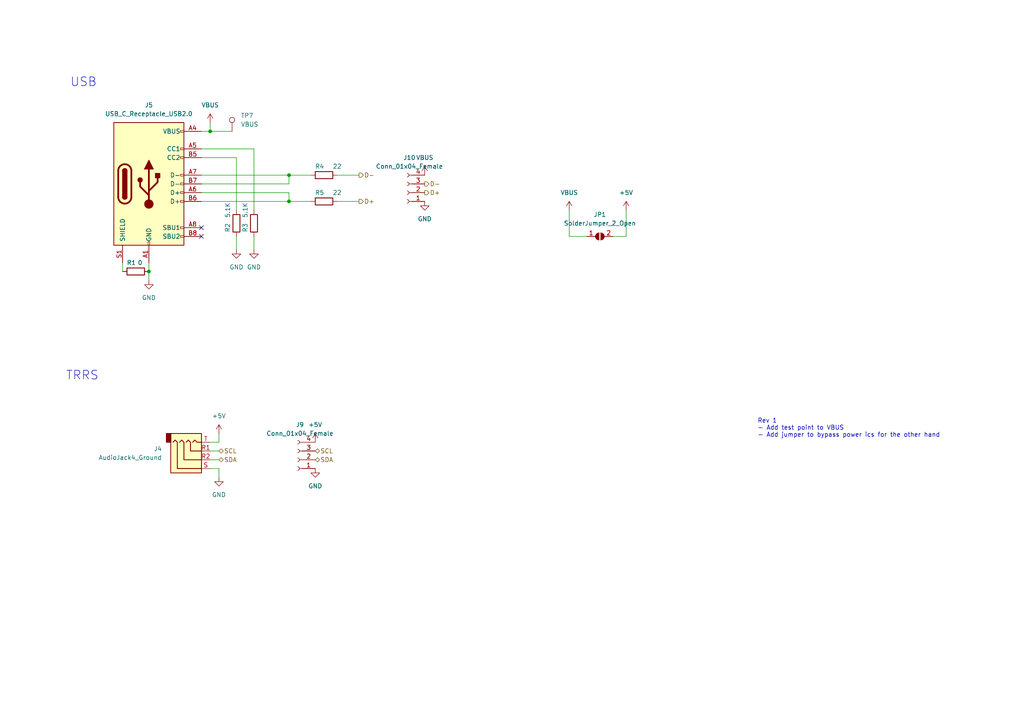
<source format=kicad_sch>
(kicad_sch (version 20211123) (generator eeschema)
  (paper "A4")
  (lib_symbols
    (symbol "Connector:AudioJack4"
      (property "Reference" "J" (at 0 8.89 0))
      (property "Value" "AudioJack4" (at 0 6.35 0))
      (symbol "AudioJack4_0_1"
        (rectangle (start -6.35 -5.08) (end -7.62 -7.62) (stroke (width 0.254)) (fill (type outline)))
        (polyline (pts (xy 0 -5.08) (xy 0.635 -5.715) (xy 1.27 -5.08) (xy 2.54 -5.08)) (stroke (width 0.254)))
        (polyline (pts (xy -5.715 -5.08) (xy -5.08 -5.715) (xy -4.445 -5.08) (xy -4.445 2.54) (xy 2.54 2.54)) (stroke (width 0.254)))
        (polyline (pts (xy -1.905 -5.08) (xy -1.27 -5.715) (xy -0.635 -5.08) (xy -0.635 -2.54) (xy 2.54 -2.54)) (stroke (width 0.254)))
        (polyline (pts (xy 2.54 0) (xy -2.54 0) (xy -2.54 -5.08) (xy -3.175 -5.715) (xy -3.81 -5.08)) (stroke (width 0.254)))
        (rectangle (start 2.54 3.81) (end -6.35 -7.62) (stroke (width 0.254)) (fill (type background)))
      )
      (symbol "AudioJack4_1_1"
        (pin passive line (at 5.08 -2.54 180) (length 2.54) (name "~") (number "R1"))
        (pin passive line (at 5.08 0 180) (length 2.54) (name "~") (number "R2"))
        (pin passive line (at 5.08 2.54 180) (length 2.54) (name "~") (number "S"))
        (pin passive line (at 5.08 -5.08 180) (length 2.54) (name "~") (number "T"))
      )
    )
    (symbol "Connector:Conn_01x04_Female" (pin_names (offset 1.016) hide)
      (property "Reference" "J" (at 0 5.08 0))
      (property "Value" "Conn_01x04_Female" (at 0 -7.62 0))
      (symbol "Conn_01x04_Female_1_1"
        (arc (start 0 -4.572) (mid -0.508 -5.08) (end 0 -5.588) (stroke (width 0.1524)))
        (arc (start 0 -2.032) (mid -0.508 -2.54) (end 0 -3.048) (stroke (width 0.1524)))
        (polyline (pts (xy -1.27 -5.08) (xy -0.508 -5.08)) (stroke (width 0.1524)))
        (polyline (pts (xy -1.27 -2.54) (xy -0.508 -2.54)) (stroke (width 0.1524)))
        (polyline (pts (xy -1.27 0) (xy -0.508 0)) (stroke (width 0.1524)))
        (polyline (pts (xy -1.27 2.54) (xy -0.508 2.54)) (stroke (width 0.1524)))
        (arc (start 0 0.508) (mid -0.508 0) (end 0 -0.508) (stroke (width 0.1524)))
        (arc (start 0 3.048) (mid -0.508 2.54) (end 0 2.032) (stroke (width 0.1524)))
        (pin passive line (at -5.08 2.54 0) (length 3.81) (name "Pin_1") (number "1"))
        (pin passive line (at -5.08 0 0) (length 3.81) (name "Pin_2") (number "2"))
        (pin passive line (at -5.08 -2.54 0) (length 3.81) (name "Pin_3") (number "3"))
        (pin passive line (at -5.08 -5.08 0) (length 3.81) (name "Pin_4") (number "4"))
      )
    )
    (symbol "Connector:TestPoint" (pin_numbers hide) (pin_names (offset 0.762) hide)
      (property "Reference" "TP" (at 0 6.858 0))
      (property "Value" "TestPoint" (at 0 5.08 0))
      (symbol "TestPoint_0_1"
        (circle (center 0 3.302) (radius 0.762))
      )
      (symbol "TestPoint_1_1"
        (pin passive line (at 0 0 90) (length 2.54) (name "1") (number "1"))
      )
    )
    (symbol "Connector:USB_C_Receptacle_USB2.0" (pin_names (offset 1.016))
      (property "Reference" "J" (at -10.16 19.05 0))
      (property "Value" "USB_C_Receptacle_USB2.0" (at 19.05 19.05 0))
      (symbol "USB_C_Receptacle_USB2.0_0_0"
        (rectangle (start -0.254 -17.78) (end 0.254 -16.764))
        (rectangle (start 10.16 -14.986) (end 9.144 -15.494))
        (rectangle (start 10.16 -12.446) (end 9.144 -12.954))
        (rectangle (start 10.16 -4.826) (end 9.144 -5.334))
        (rectangle (start 10.16 -2.286) (end 9.144 -2.794))
        (rectangle (start 10.16 0.254) (end 9.144 -0.254))
        (rectangle (start 10.16 2.794) (end 9.144 2.286))
        (rectangle (start 10.16 7.874) (end 9.144 7.366))
        (rectangle (start 10.16 10.414) (end 9.144 9.906))
        (rectangle (start 10.16 15.494) (end 9.144 14.986))
      )
      (symbol "USB_C_Receptacle_USB2.0_0_1"
        (rectangle (start -10.16 17.78) (end 10.16 -17.78) (stroke (width 0.254)) (fill (type background)))
        (arc (start -8.89 -3.81) (mid -6.985 -5.715) (end -5.08 -3.81) (stroke (width 0.508)))
        (arc (start -7.62 -3.81) (mid -6.985 -4.445) (end -6.35 -3.81) (stroke (width 0.254)))
        (arc (start -7.62 -3.81) (mid -6.985 -4.445) (end -6.35 -3.81) (stroke (width 0.254)) (fill (type outline)))
        (rectangle (start -7.62 -3.81) (end -6.35 3.81) (stroke (width 0.254)) (fill (type outline)))
        (arc (start -6.35 3.81) (mid -6.985 4.445) (end -7.62 3.81) (stroke (width 0.254)))
        (arc (start -6.35 3.81) (mid -6.985 4.445) (end -7.62 3.81) (stroke (width 0.254)) (fill (type outline)))
        (arc (start -5.08 3.81) (mid -6.985 5.715) (end -8.89 3.81) (stroke (width 0.508)))
        (circle (center -2.54 1.143) (radius 0.635) (stroke (width 0.254)) (fill (type outline)))
        (circle (center 0 -5.842) (radius 1.27) (fill (type outline)))
        (polyline (pts (xy -8.89 -3.81) (xy -8.89 3.81)) (stroke (width 0.508)))
        (polyline (pts (xy -5.08 3.81) (xy -5.08 -3.81)) (stroke (width 0.508)))
        (polyline (pts (xy 0 -5.842) (xy 0 4.318)) (stroke (width 0.508)))
        (polyline (pts (xy 0 -3.302) (xy -2.54 -0.762) (xy -2.54 0.508)) (stroke (width 0.508)))
        (polyline (pts (xy 0 -2.032) (xy 2.54 0.508) (xy 2.54 1.778)) (stroke (width 0.508)))
        (polyline (pts (xy -1.27 4.318) (xy 0 6.858) (xy 1.27 4.318) (xy -1.27 4.318)) (stroke (width 0.254)) (fill (type outline)))
        (rectangle (start 1.905 1.778) (end 3.175 3.048) (stroke (width 0.254)) (fill (type outline)))
      )
      (symbol "USB_C_Receptacle_USB2.0_1_1"
        (pin passive line (at 0 -22.86 90) (length 5.08) (name "GND") (number "A1"))
        (pin passive line (at 0 -22.86 90) (length 5.08) hide (name "GND") (number "A12"))
        (pin passive line (at 15.24 15.24 180) (length 5.08) (name "VBUS") (number "A4"))
        (pin bidirectional line (at 15.24 10.16 180) (length 5.08) (name "CC1") (number "A5"))
        (pin bidirectional line (at 15.24 -2.54 180) (length 5.08) (name "D+") (number "A6"))
        (pin bidirectional line (at 15.24 2.54 180) (length 5.08) (name "D-") (number "A7"))
        (pin bidirectional line (at 15.24 -12.7 180) (length 5.08) (name "SBU1") (number "A8"))
        (pin passive line (at 15.24 15.24 180) (length 5.08) hide (name "VBUS") (number "A9"))
        (pin passive line (at 0 -22.86 90) (length 5.08) hide (name "GND") (number "B1"))
        (pin passive line (at 0 -22.86 90) (length 5.08) hide (name "GND") (number "B12"))
        (pin passive line (at 15.24 15.24 180) (length 5.08) hide (name "VBUS") (number "B4"))
        (pin bidirectional line (at 15.24 7.62 180) (length 5.08) (name "CC2") (number "B5"))
        (pin bidirectional line (at 15.24 -5.08 180) (length 5.08) (name "D+") (number "B6"))
        (pin bidirectional line (at 15.24 0 180) (length 5.08) (name "D-") (number "B7"))
        (pin bidirectional line (at 15.24 -15.24 180) (length 5.08) (name "SBU2") (number "B8"))
        (pin passive line (at 15.24 15.24 180) (length 5.08) hide (name "VBUS") (number "B9"))
        (pin passive line (at -7.62 -22.86 90) (length 5.08) (name "SHIELD") (number "S1"))
      )
    )
    (symbol "Device:R" (pin_numbers hide) (pin_names (offset 0))
      (property "Reference" "R" (at 2.032 0 90))
      (property "Value" "R" (at 0 0 90))
      (symbol "R_0_1"
        (rectangle (start -1.016 -2.54) (end 1.016 2.54) (stroke (width 0.254)))
      )
      (symbol "R_1_1"
        (pin passive line (at 0 3.81 270) (length 1.27) (name "~") (number "1"))
        (pin passive line (at 0 -3.81 90) (length 1.27) (name "~") (number "2"))
      )
    )
    (symbol "Jumper:SolderJumper_2_Open" (pin_names (offset 0) hide)
      (property "Reference" "JP" (at 0 2.032 0))
      (property "Value" "SolderJumper_2_Open" (at 0 -2.54 0))
      (symbol "SolderJumper_2_Open_0_1"
        (arc (start -0.254 1.016) (mid -1.27 0) (end -0.254 -1.016))
        (arc (start -0.254 1.016) (mid -1.27 0) (end -0.254 -1.016) (fill (type outline)))
        (polyline (pts (xy -0.254 1.016) (xy -0.254 -1.016)))
        (polyline (pts (xy 0.254 1.016) (xy 0.254 -1.016)))
        (arc (start 0.254 -1.016) (mid 1.27 0) (end 0.254 1.016))
        (arc (start 0.254 -1.016) (mid 1.27 0) (end 0.254 1.016) (fill (type outline)))
      )
      (symbol "SolderJumper_2_Open_1_1"
        (pin passive line (at -3.81 0 0) (length 2.54) (name "A") (number "1"))
        (pin passive line (at 3.81 0 180) (length 2.54) (name "B") (number "2"))
      )
    )
    (symbol "power:+5V" (power) (pin_names (offset 0))
      (property "Value" "+5V" (at 0 3.556 0))
      (symbol "+5V_0_1"
        (polyline (pts (xy -0.762 1.27) (xy 0 2.54)))
        (polyline (pts (xy 0 0) (xy 0 2.54)))
        (polyline (pts (xy 0 2.54) (xy 0.762 1.27)))
      )
      (symbol "+5V_1_1"
        (pin power_in line (at 0 0 90) (length 0) hide (name "+5V") (number "1"))
      )
    )
    (symbol "power:GND" (power) (pin_names (offset 0))
      (property "Value" "GND" (at 0 -3.81 0))
      (symbol "GND_0_1"
        (polyline (pts (xy 0 0) (xy 0 -1.27) (xy 1.27 -1.27) (xy 0 -2.54) (xy -1.27 -1.27) (xy 0 -1.27)))
      )
      (symbol "GND_1_1"
        (pin power_in line (at 0 0 270) (length 0) hide (name "GND") (number "1"))
      )
    )
    (symbol "power:VBUS" (power) (pin_names (offset 0))
      (property "Value" "VBUS" (at 0 3.81 0))
      (symbol "VBUS_0_1"
        (polyline (pts (xy -0.762 1.27) (xy 0 2.54)))
        (polyline (pts (xy 0 0) (xy 0 2.54)))
        (polyline (pts (xy 0 2.54) (xy 0.762 1.27)))
      )
      (symbol "VBUS_1_1"
        (pin power_in line (at 0 0 90) (length 0) hide (name "VBUS") (number "1"))
      )
    )
  )
  (junction (at 83.82 58.42))
  (junction (at 60.96 38.1))
  (junction (at 43.18 78.74))
  (junction (at 83.82 50.8))
  (no_connect (at 58.42 68.58))
  (no_connect (at 58.42 66.04))
  (wire (pts (xy 73.66 43.18) (xy 73.66 60.96)))
  (wire (pts (xy 68.58 45.72) (xy 68.58 60.96)))
  (wire (pts (xy 58.42 53.34) (xy 83.82 53.34)))
  (wire (pts (xy 60.96 135.89) (xy 63.5 135.89)))
  (wire (pts (xy 60.96 35.56) (xy 60.96 38.1)))
  (wire (pts (xy 181.61 68.58) (xy 177.8 68.58)))
  (wire (pts (xy 60.96 38.1) (xy 67.31 38.1)))
  (wire (pts (xy 63.5 128.27) (xy 63.5 125.73)))
  (wire (pts (xy 35.56 76.2) (xy 35.56 78.74)))
  (wire (pts (xy 58.42 58.42) (xy 83.82 58.42)))
  (wire (pts (xy 83.82 53.34) (xy 83.82 50.8)))
  (wire (pts (xy 43.18 76.2) (xy 43.18 78.74)))
  (wire (pts (xy 165.1 68.58) (xy 170.18 68.58)))
  (wire (pts (xy 83.82 58.42) (xy 90.17 58.42)))
  (wire (pts (xy 58.42 55.88) (xy 83.82 55.88)))
  (wire (pts (xy 60.96 130.81) (xy 63.5 130.81)))
  (wire (pts (xy 97.79 58.42) (xy 104.14 58.42)))
  (wire (pts (xy 58.42 45.72) (xy 68.58 45.72)))
  (wire (pts (xy 97.79 50.8) (xy 104.14 50.8)))
  (wire (pts (xy 58.42 43.18) (xy 73.66 43.18)))
  (wire (pts (xy 73.66 68.58) (xy 73.66 72.39)))
  (wire (pts (xy 60.96 133.35) (xy 63.5 133.35)))
  (wire (pts (xy 83.82 50.8) (xy 90.17 50.8)))
  (wire (pts (xy 60.96 128.27) (xy 63.5 128.27)))
  (wire (pts (xy 181.61 60.96) (xy 181.61 68.58)))
  (wire (pts (xy 58.42 50.8) (xy 83.82 50.8)))
  (wire (pts (xy 63.5 135.89) (xy 63.5 138.43)))
  (wire (pts (xy 68.58 68.58) (xy 68.58 72.39)))
  (wire (pts (xy 165.1 60.96) (xy 165.1 68.58)))
  (wire (pts (xy 43.18 78.74) (xy 43.18 81.28)))
  (wire (pts (xy 83.82 55.88) (xy 83.82 58.42)))
  (wire (pts (xy 60.96 38.1) (xy 58.42 38.1)))
  (text "USB" (at 20.32 25.4 0) (effects (font (size 2.54 2.54)) (justify left bottom)))
  (text "TRRS" (at 19.05 110.49 0) (effects (font (size 2.54 2.54)) (justify left bottom)))
  (text "Rev 1\n- Add test point to VBUS\n- Add jumper to bypass power ics for the other hand" (at 219.71 127 0) (effects (font (size 1.27 1.27)) (justify left bottom)))
  (hierarchical_label "D+" (shape output) (at 104.14 58.42 0))
  (hierarchical_label "D+" (shape output) (at 123.19 55.88 0))
  (hierarchical_label "SDA" (shape bidirectional) (at 63.5 133.35 0))
  (hierarchical_label "D-" (shape output) (at 123.19 53.34 0))
  (hierarchical_label "SCL" (shape bidirectional) (at 63.5 130.81 0))
  (hierarchical_label "SCL" (shape bidirectional) (at 91.44 130.81 0))
  (hierarchical_label "SDA" (shape bidirectional) (at 91.44 133.35 0))
  (hierarchical_label "D-" (shape output) (at 104.14 50.8 0))
  (symbol (lib_id "power:GND") (at 63.5 138.43 0) (unit 1)
    (property "Reference" "#PWR0106" (effects hide))
    (property "Value" "GND" (at 63.5 143.51 0))
  )
  (symbol (lib_id "power:VBUS") (at 123.19 50.8 0) (unit 1)
    (property "Reference" "#PWR0199" (effects hide))
    (property "Value" "VBUS" (at 123.19 45.72 0))
  )
  (symbol (lib_id "Device:R") (at 93.98 58.42 90) (unit 1)
    (property "Reference" "R5" (at 92.71 55.88 90))
    (property "Value" "22" (at 97.79 55.88 90))
    (property "Footprint" "Resistor_SMD:R_0603_1608Metric" (effects hide))
  )
  (symbol (lib_id "power:GND") (at 68.58 72.39 0) (unit 1)
    (property "Reference" "#PWR0101" (effects hide))
    (property "Value" "GND" (at 68.58 77.47 0))
  )
  (symbol (lib_id "Connector:USB_C_Receptacle_USB2.0") (at 43.18 53.34 0) (unit 1)
    (property "Reference" "J5" (at 43.18 30.48 0))
    (property "Value" "USB_C_Receptacle_USB2.0" (at 43.18 33.02 0))
    (property "Footprint" "Connector_USB:USB_C_Receptacle_XKB_U262-16XN-4BVC11" (effects hide))
    (property "Datasheet" "https://www.usb.org/sites/default/files/documents/usb_type-c.zip" (effects hide))
  )
  (symbol (lib_id "power:VBUS") (at 165.1 60.96 0) (unit 1)
    (property "Reference" "#PWR0213" (effects hide))
    (property "Value" "VBUS" (at 165.1 55.88 0))
  )
  (symbol (lib_id "power:GND") (at 91.44 135.89 0) (unit 1)
    (property "Reference" "#PWR0200" (effects hide))
    (property "Value" "GND" (at 91.44 140.97 0))
  )
  (symbol (lib_id "power:+5V") (at 181.61 60.96 0) (unit 1)
    (property "Reference" "#PWR0214" (effects hide))
    (property "Value" "+5V" (at 181.61 55.88 0))
  )
  (symbol (lib_id "power:+5V") (at 91.44 128.27 0) (unit 1)
    (property "Reference" "#PWR0197" (effects hide))
    (property "Value" "+5V" (at 91.44 123.19 0))
  )
  (symbol (lib_id "Jumper:SolderJumper_2_Open") (at 173.99 68.58 0) (unit 1)
    (property "Reference" "JP1" (at 173.99 62.23 0))
    (property "Value" "SolderJumper_2_Open" (at 173.99 64.77 0))
    (property "Footprint" "Jumper:SolderJumper-2_P1.3mm_Open_TrianglePad1.0x1.5mm" (effects hide))
  )
  (symbol (lib_id "Device:R") (at 73.66 64.77 180) (unit 1)
    (property "Reference" "R3" (at 71.12 66.04 90))
    (property "Value" "5.1K" (at 71.12 60.96 90))
    (property "Footprint" "Resistor_SMD:R_0603_1608Metric" (effects hide))
  )
  (symbol (lib_id "Device:R") (at 68.58 64.77 180) (unit 1)
    (property "Reference" "R2" (at 66.04 66.04 90))
    (property "Value" "5.1K" (at 66.04 60.96 90))
    (property "Footprint" "Resistor_SMD:R_0603_1608Metric" (effects hide))
  )
  (symbol (lib_id "Connector:AudioJack4") (at 55.88 133.35 0) (mirror x) (unit 1)
    (property "Reference" "J4" (at 46.99 130.1749 0) (effects (justify right)))
    (property "Value" "AudioJack4_Ground" (at 46.99 132.7149 0) (effects (justify right)))
    (property "Footprint" "Connector_Audio:Jack_3.5mm_PJ320D_Horizontal" (effects hide))
  )
  (symbol (lib_id "power:VBUS") (at 60.96 35.56 0) (unit 1)
    (property "Reference" "#PWR0102" (effects hide))
    (property "Value" "VBUS" (at 60.96 30.48 0))
  )
  (symbol (lib_id "power:+5V") (at 63.5 125.73 0) (unit 1)
    (property "Reference" "#PWR0105" (effects hide))
    (property "Value" "+5V" (at 63.5 120.65 0))
  )
  (symbol (lib_id "power:GND") (at 123.19 58.42 0) (unit 1)
    (property "Reference" "#PWR0198" (effects hide))
    (property "Value" "GND" (at 123.19 63.5 0))
  )
  (symbol (lib_id "Device:R") (at 93.98 50.8 90) (unit 1)
    (property "Reference" "R4" (at 92.71 48.26 90))
    (property "Value" "22" (at 97.79 48.26 90))
    (property "Footprint" "Resistor_SMD:R_0603_1608Metric" (effects hide))
  )
  (symbol (lib_id "Connector:TestPoint") (at 67.31 38.1 0) (unit 1)
    (property "Reference" "TP7" (at 69.85 33.5279 0) (effects (justify left)))
    (property "Value" "VBUS" (at 69.85 36.0679 0) (effects (justify left)))
    (property "Footprint" "TestPoint:TestPoint_Keystone_5019_Minature" (effects hide))
  )
  (symbol (lib_id "Device:R") (at 39.37 78.74 90) (unit 1)
    (property "Reference" "R1" (at 38.1 76.2 90))
    (property "Value" "0" (at 40.64 76.2 90))
    (property "Footprint" "Resistor_SMD:R_0603_1608Metric" (effects hide))
  )
  (symbol (lib_id "Connector:Conn_01x04_Female") (at 86.36 133.35 180) (unit 1)
    (property "Reference" "J9" (at 86.995 123.19 0))
    (property "Value" "Conn_01x04_Female" (at 86.995 125.73 0))
    (property "Footprint" "Connector_JST:JST_PH_B4B-PH-K_1x04_P2.00mm_Vertical" (effects hide))
  )
  (symbol (lib_id "power:GND") (at 43.18 81.28 0) (unit 1)
    (property "Reference" "#PWR0104" (effects hide))
    (property "Value" "GND" (at 43.18 86.36 0))
  )
  (symbol (lib_id "power:GND") (at 73.66 72.39 0) (unit 1)
    (property "Reference" "#PWR0103" (effects hide))
    (property "Value" "GND" (at 73.66 77.47 0))
  )
  (symbol (lib_id "Connector:Conn_01x04_Female") (at 118.11 55.88 180) (unit 1)
    (property "Reference" "J10" (at 118.745 45.72 0))
    (property "Value" "Conn_01x04_Female" (at 118.745 48.26 0))
    (property "Footprint" "Connector_JST:JST_PH_B4B-PH-K_1x04_P2.00mm_Vertical" (effects hide))
  )
)
</source>
